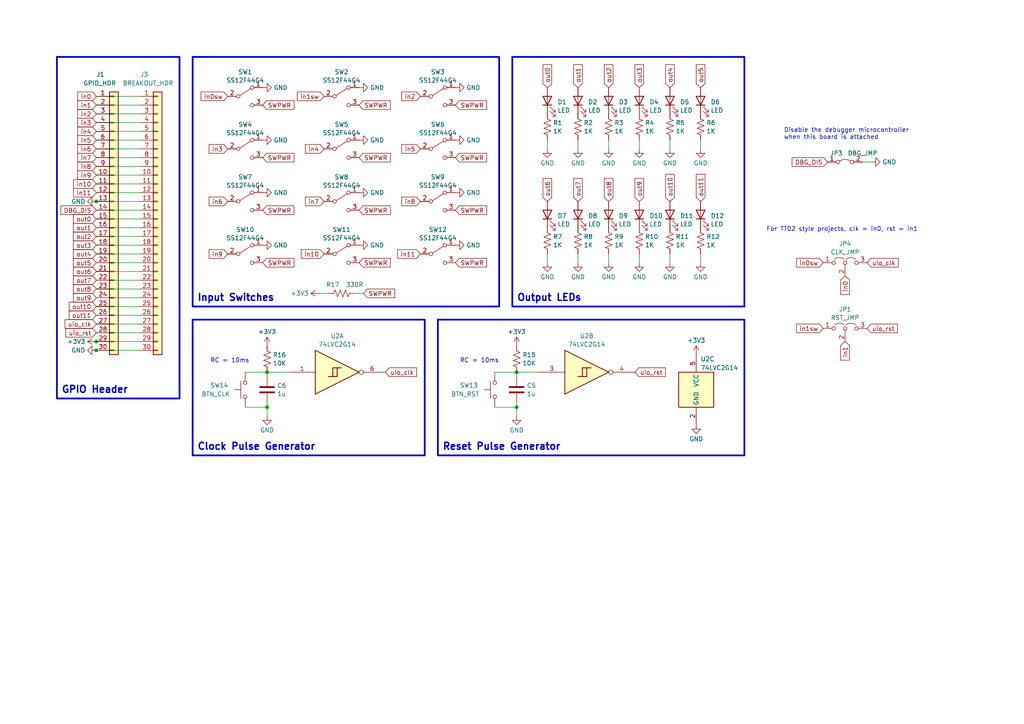
<source format=kicad_sch>
(kicad_sch (version 20230121) (generator eeschema)
  (paper "A4")
  (lib_symbols
    (symbol "74xGxx:74LVC2G14"
      (property "Reference" "U" (at 0 7.62 0))
      (property "Value" "74LVC2G14" (at 2.54 -7.62 0))
      (symbol "74LVC2G14_1_1"
        (polyline (pts (xy -2.54 -1.27) (xy -1.27 -1.27) (xy -1.27 1.27)) (stroke (width 0.254)) (fill (type background)))
        (polyline (pts (xy -7.62 6.35) (xy -7.62 -6.35) (xy 5.08 0) (xy -7.62 6.35)) (stroke (width 0.254)) (fill (type background)))
        (polyline (pts (xy -3.81 -1.27) (xy -2.54 -1.27) (xy -2.54 1.27) (xy 0 1.27)) (stroke (width 0.254)) (fill (type background)))
        (pin input line (at -15.24 0 0) (length 7.62) (name "~") (number "1"))
        (pin output inverted (at 12.7 0 180) (length 7.62) (name "~") (number "6"))
      )
      (symbol "74LVC2G14_2_1"
        (polyline (pts (xy -2.54 -1.27) (xy -1.27 -1.27) (xy -1.27 1.27)) (stroke (width 0.254)) (fill (type background)))
        (polyline (pts (xy -7.62 6.35) (xy -7.62 -6.35) (xy 5.08 0) (xy -7.62 6.35)) (stroke (width 0.254)) (fill (type background)))
        (polyline (pts (xy -3.81 -1.27) (xy -2.54 -1.27) (xy -2.54 1.27) (xy 0 1.27)) (stroke (width 0.254)) (fill (type background)))
        (pin input line (at -15.24 0 0) (length 7.62) (name "~") (number "3"))
        (pin output inverted (at 12.7 0 180) (length 7.62) (name "~") (number "4"))
      )
      (symbol "74LVC2G14_3_0"
        (rectangle (start -5.08 -5.08) (end 5.08 5.08) (stroke (width 0.254)) (fill (type background)))
      )
      (symbol "74LVC2G14_3_1"
        (pin power_in line (at 0 -10.16 90) (length 5.08) (name "GND") (number "2"))
        (pin power_in line (at 0 10.16 270) (length 5.08) (name "VCC") (number "5"))
      )
    )
    (symbol "Connector_Generic:Conn_01x30" (pin_names (offset 1.016) hide)
      (property "Reference" "J" (at 0 38.1 0))
      (property "Value" "Conn_01x30" (at 0 -40.64 0))
      (symbol "Conn_01x30_1_1"
        (rectangle (start -1.27 -37.973) (end 0 -38.227) (stroke (width 0.1524)))
        (rectangle (start -1.27 -35.433) (end 0 -35.687) (stroke (width 0.1524)))
        (rectangle (start -1.27 -32.893) (end 0 -33.147) (stroke (width 0.1524)))
        (rectangle (start -1.27 -30.353) (end 0 -30.607) (stroke (width 0.1524)))
        (rectangle (start -1.27 -27.813) (end 0 -28.067) (stroke (width 0.1524)))
        (rectangle (start -1.27 -25.273) (end 0 -25.527) (stroke (width 0.1524)))
        (rectangle (start -1.27 -22.733) (end 0 -22.987) (stroke (width 0.1524)))
        (rectangle (start -1.27 -20.193) (end 0 -20.447) (stroke (width 0.1524)))
        (rectangle (start -1.27 -17.653) (end 0 -17.907) (stroke (width 0.1524)))
        (rectangle (start -1.27 -15.113) (end 0 -15.367) (stroke (width 0.1524)))
        (rectangle (start -1.27 -12.573) (end 0 -12.827) (stroke (width 0.1524)))
        (rectangle (start -1.27 -10.033) (end 0 -10.287) (stroke (width 0.1524)))
        (rectangle (start -1.27 -7.493) (end 0 -7.747) (stroke (width 0.1524)))
        (rectangle (start -1.27 -4.953) (end 0 -5.207) (stroke (width 0.1524)))
        (rectangle (start -1.27 -2.413) (end 0 -2.667) (stroke (width 0.1524)))
        (rectangle (start -1.27 0.127) (end 0 -0.127) (stroke (width 0.1524)))
        (rectangle (start -1.27 2.667) (end 0 2.413) (stroke (width 0.1524)))
        (rectangle (start -1.27 5.207) (end 0 4.953) (stroke (width 0.1524)))
        (rectangle (start -1.27 7.747) (end 0 7.493) (stroke (width 0.1524)))
        (rectangle (start -1.27 10.287) (end 0 10.033) (stroke (width 0.1524)))
        (rectangle (start -1.27 12.827) (end 0 12.573) (stroke (width 0.1524)))
        (rectangle (start -1.27 15.367) (end 0 15.113) (stroke (width 0.1524)))
        (rectangle (start -1.27 17.907) (end 0 17.653) (stroke (width 0.1524)))
        (rectangle (start -1.27 20.447) (end 0 20.193) (stroke (width 0.1524)))
        (rectangle (start -1.27 22.987) (end 0 22.733) (stroke (width 0.1524)))
        (rectangle (start -1.27 25.527) (end 0 25.273) (stroke (width 0.1524)))
        (rectangle (start -1.27 28.067) (end 0 27.813) (stroke (width 0.1524)))
        (rectangle (start -1.27 30.607) (end 0 30.353) (stroke (width 0.1524)))
        (rectangle (start -1.27 33.147) (end 0 32.893) (stroke (width 0.1524)))
        (rectangle (start -1.27 35.687) (end 0 35.433) (stroke (width 0.1524)))
        (rectangle (start -1.27 36.83) (end 1.27 -39.37) (stroke (width 0.254)) (fill (type background)))
        (pin passive line (at -5.08 35.56 0) (length 3.81) (name "Pin_1") (number "1"))
        (pin passive line (at -5.08 12.7 0) (length 3.81) (name "Pin_10") (number "10"))
        (pin passive line (at -5.08 10.16 0) (length 3.81) (name "Pin_11") (number "11"))
        (pin passive line (at -5.08 7.62 0) (length 3.81) (name "Pin_12") (number "12"))
        (pin passive line (at -5.08 5.08 0) (length 3.81) (name "Pin_13") (number "13"))
        (pin passive line (at -5.08 2.54 0) (length 3.81) (name "Pin_14") (number "14"))
        (pin passive line (at -5.08 0 0) (length 3.81) (name "Pin_15") (number "15"))
        (pin passive line (at -5.08 -2.54 0) (length 3.81) (name "Pin_16") (number "16"))
        (pin passive line (at -5.08 -5.08 0) (length 3.81) (name "Pin_17") (number "17"))
        (pin passive line (at -5.08 -7.62 0) (length 3.81) (name "Pin_18") (number "18"))
        (pin passive line (at -5.08 -10.16 0) (length 3.81) (name "Pin_19") (number "19"))
        (pin passive line (at -5.08 33.02 0) (length 3.81) (name "Pin_2") (number "2"))
        (pin passive line (at -5.08 -12.7 0) (length 3.81) (name "Pin_20") (number "20"))
        (pin passive line (at -5.08 -15.24 0) (length 3.81) (name "Pin_21") (number "21"))
        (pin passive line (at -5.08 -17.78 0) (length 3.81) (name "Pin_22") (number "22"))
        (pin passive line (at -5.08 -20.32 0) (length 3.81) (name "Pin_23") (number "23"))
        (pin passive line (at -5.08 -22.86 0) (length 3.81) (name "Pin_24") (number "24"))
        (pin passive line (at -5.08 -25.4 0) (length 3.81) (name "Pin_25") (number "25"))
        (pin passive line (at -5.08 -27.94 0) (length 3.81) (name "Pin_26") (number "26"))
        (pin passive line (at -5.08 -30.48 0) (length 3.81) (name "Pin_27") (number "27"))
        (pin passive line (at -5.08 -33.02 0) (length 3.81) (name "Pin_28") (number "28"))
        (pin passive line (at -5.08 -35.56 0) (length 3.81) (name "Pin_29") (number "29"))
        (pin passive line (at -5.08 30.48 0) (length 3.81) (name "Pin_3") (number "3"))
        (pin passive line (at -5.08 -38.1 0) (length 3.81) (name "Pin_30") (number "30"))
        (pin passive line (at -5.08 27.94 0) (length 3.81) (name "Pin_4") (number "4"))
        (pin passive line (at -5.08 25.4 0) (length 3.81) (name "Pin_5") (number "5"))
        (pin passive line (at -5.08 22.86 0) (length 3.81) (name "Pin_6") (number "6"))
        (pin passive line (at -5.08 20.32 0) (length 3.81) (name "Pin_7") (number "7"))
        (pin passive line (at -5.08 17.78 0) (length 3.81) (name "Pin_8") (number "8"))
        (pin passive line (at -5.08 15.24 0) (length 3.81) (name "Pin_9") (number "9"))
      )
    )
    (symbol "Device:C" (pin_numbers hide) (pin_names (offset 0.254))
      (property "Reference" "C" (at 0.635 2.54 0))
      (property "Value" "C" (at 0.635 -2.54 0))
      (symbol "C_0_1"
        (polyline (pts (xy -2.032 -0.762) (xy 2.032 -0.762)) (stroke (width 0.508)))
        (polyline (pts (xy -2.032 0.762) (xy 2.032 0.762)) (stroke (width 0.508)))
      )
      (symbol "C_1_1"
        (pin passive line (at 0 3.81 270) (length 2.794) (name "~") (number "1"))
        (pin passive line (at 0 -3.81 90) (length 2.794) (name "~") (number "2"))
      )
    )
    (symbol "Device:LED" (pin_numbers hide) (pin_names (offset 1.016) hide)
      (property "Reference" "D" (at 0 2.54 0))
      (property "Value" "LED" (at 0 -2.54 0))
      (symbol "LED_0_1"
        (polyline (pts (xy -1.27 -1.27) (xy -1.27 1.27)) (stroke (width 0.254)))
        (polyline (pts (xy -1.27 0) (xy 1.27 0)))
        (polyline (pts (xy 1.27 -1.27) (xy 1.27 1.27) (xy -1.27 0) (xy 1.27 -1.27)) (stroke (width 0.254)))
        (polyline (pts (xy -3.048 -0.762) (xy -4.572 -2.286) (xy -3.81 -2.286) (xy -4.572 -2.286) (xy -4.572 -1.524)))
        (polyline (pts (xy -1.778 -0.762) (xy -3.302 -2.286) (xy -2.54 -2.286) (xy -3.302 -2.286) (xy -3.302 -1.524)))
      )
      (symbol "LED_1_1"
        (pin passive line (at -3.81 0 0) (length 2.54) (name "K") (number "1"))
        (pin passive line (at 3.81 0 180) (length 2.54) (name "A") (number "2"))
      )
    )
    (symbol "Device:R_US" (pin_numbers hide) (pin_names (offset 0))
      (property "Reference" "R" (at 2.54 0 90))
      (property "Value" "R_US" (at -2.54 0 90))
      (symbol "R_US_0_1"
        (polyline (pts (xy 0 -2.286) (xy 0 -2.54)))
        (polyline (pts (xy 0 2.286) (xy 0 2.54)))
        (polyline (pts (xy 0 -0.762) (xy 1.016 -1.143) (xy 0 -1.524) (xy -1.016 -1.905) (xy 0 -2.286)))
        (polyline (pts (xy 0 0.762) (xy 1.016 0.381) (xy 0 0) (xy -1.016 -0.381) (xy 0 -0.762)))
        (polyline (pts (xy 0 2.286) (xy 1.016 1.905) (xy 0 1.524) (xy -1.016 1.143) (xy 0 0.762)))
      )
      (symbol "R_US_1_1"
        (pin passive line (at 0 3.81 270) (length 1.27) (name "~") (number "1"))
        (pin passive line (at 0 -3.81 90) (length 1.27) (name "~") (number "2"))
      )
    )
    (symbol "Jumper:Jumper_2_Bridged" (pin_names (offset 0) hide)
      (property "Reference" "JP" (at 0 1.905 0))
      (property "Value" "Jumper_2_Bridged" (at 0 -2.54 0))
      (symbol "Jumper_2_Bridged_0_0"
        (circle (center -2.032 0) (radius 0.508))
        (circle (center 2.032 0) (radius 0.508))
      )
      (symbol "Jumper_2_Bridged_0_1"
        (arc (start 1.524 0.254) (mid 0 0.762) (end -1.524 0.254))
      )
      (symbol "Jumper_2_Bridged_1_1"
        (pin passive line (at -5.08 0 0) (length 2.54) (name "A") (number "1"))
        (pin passive line (at 5.08 0 180) (length 2.54) (name "B") (number "2"))
      )
    )
    (symbol "Jumper:Jumper_3_Open" (pin_names (offset 0) hide)
      (property "Reference" "JP" (at -2.54 -2.54 0))
      (property "Value" "Jumper_3_Open" (at 0 2.794 0))
      (symbol "Jumper_3_Open_0_0"
        (circle (center -3.302 0) (radius 0.508))
        (circle (center 0 0) (radius 0.508))
        (circle (center 3.302 0) (radius 0.508))
      )
      (symbol "Jumper_3_Open_0_1"
        (arc (start -0.254 1.016) (mid -1.651 1.4992) (end -3.048 1.016))
        (polyline (pts (xy 0 -0.508) (xy 0 -1.27)))
        (arc (start 3.048 1.016) (mid 1.651 1.4992) (end 0.254 1.016))
      )
      (symbol "Jumper_3_Open_1_1"
        (pin passive line (at -6.35 0 0) (length 2.54) (name "A") (number "1"))
        (pin passive line (at 0 -3.81 90) (length 2.54) (name "C") (number "2"))
        (pin passive line (at 6.35 0 180) (length 2.54) (name "B") (number "3"))
      )
    )
    (symbol "Switch:SW_Push" (pin_numbers hide) (pin_names (offset 1.016) hide)
      (property "Reference" "SW" (at 1.27 2.54 0))
      (property "Value" "SW_Push" (at 0 -1.524 0))
      (symbol "SW_Push_0_1"
        (circle (center -2.032 0) (radius 0.508))
        (polyline (pts (xy 0 1.27) (xy 0 3.048)))
        (polyline (pts (xy 2.54 1.27) (xy -2.54 1.27)))
        (circle (center 2.032 0) (radius 0.508))
        (pin passive line (at -5.08 0 0) (length 2.54) (name "1") (number "1"))
        (pin passive line (at 5.08 0 180) (length 2.54) (name "2") (number "2"))
      )
    )
    (symbol "Switch:SW_SPDT" (pin_names (offset 0) hide)
      (property "Reference" "SW" (at 0 4.318 0))
      (property "Value" "SW_SPDT" (at 0 -5.08 0))
      (symbol "SW_SPDT_0_0"
        (circle (center -2.032 0) (radius 0.508))
        (circle (center 2.032 -2.54) (radius 0.508))
      )
      (symbol "SW_SPDT_0_1"
        (polyline (pts (xy -1.524 0.254) (xy 1.651 2.286)))
        (circle (center 2.032 2.54) (radius 0.508))
      )
      (symbol "SW_SPDT_1_1"
        (pin passive line (at 5.08 2.54 180) (length 2.54) (name "A") (number "1"))
        (pin passive line (at -5.08 0 0) (length 2.54) (name "B") (number "2"))
        (pin passive line (at 5.08 -2.54 180) (length 2.54) (name "C") (number "3"))
      )
    )
    (symbol "power:+3V3" (power) (pin_names (offset 0))
      (property "Value" "+3V3" (at 0 3.556 0))
      (symbol "+3V3_0_1"
        (polyline (pts (xy -0.762 1.27) (xy 0 2.54)))
        (polyline (pts (xy 0 0) (xy 0 2.54)))
        (polyline (pts (xy 0 2.54) (xy 0.762 1.27)))
      )
      (symbol "+3V3_1_1"
        (pin power_in line (at 0 0 90) (length 0) hide (name "+3V3") (number "1"))
      )
    )
    (symbol "power:GND" (power) (pin_names (offset 0))
      (property "Value" "GND" (at 0 -3.81 0))
      (symbol "GND_0_1"
        (polyline (pts (xy 0 0) (xy 0 -1.27) (xy 1.27 -1.27) (xy 0 -2.54) (xy -1.27 -1.27) (xy 0 -1.27)))
      )
      (symbol "GND_1_1"
        (pin power_in line (at 0 0 270) (length 0) hide (name "GND") (number "1"))
      )
    )
  )
  (junction (at 149.86 118.11))
  (junction (at 77.47 107.95))
  (junction (at 27.94 99.06))
  (junction (at 27.94 58.42))
  (junction (at 149.86 107.95))
  (junction (at 27.94 101.6))
  (junction (at 77.47 118.11))
  (wire (pts (xy 250.19 46.99) (xy 252.73 46.99)))
  (wire (pts (xy 27.94 81.28) (xy 40.64 81.28)))
  (wire (pts (xy 27.94 86.36) (xy 40.64 86.36)))
  (wire (pts (xy 77.47 107.95) (xy 83.82 107.95)))
  (wire (pts (xy 27.94 68.58) (xy 40.64 68.58)))
  (wire (pts (xy 92.71 85.09) (xy 95.25 85.09)))
  (wire (pts (xy 143.51 107.95) (xy 149.86 107.95)))
  (wire (pts (xy 77.47 118.11) (xy 71.12 118.11)))
  (wire (pts (xy 27.94 58.42) (xy 40.64 58.42)))
  (wire (pts (xy 27.94 73.66) (xy 40.64 73.66)))
  (wire (pts (xy 27.94 99.06) (xy 40.64 99.06)))
  (wire (pts (xy 27.94 66.04) (xy 40.64 66.04)))
  (wire (pts (xy 27.94 27.94) (xy 40.64 27.94)))
  (wire (pts (xy 27.94 91.44) (xy 40.64 91.44)))
  (wire (pts (xy 77.47 118.11) (xy 77.47 120.65)))
  (wire (pts (xy 27.94 30.48) (xy 40.64 30.48)))
  (wire (pts (xy 27.94 78.74) (xy 40.64 78.74)))
  (wire (pts (xy 27.94 63.5) (xy 40.64 63.5)))
  (wire (pts (xy 27.94 40.64) (xy 40.64 40.64)))
  (wire (pts (xy 158.75 40.64) (xy 158.75 43.18)))
  (wire (pts (xy 185.42 40.64) (xy 185.42 43.18)))
  (wire (pts (xy 149.86 118.11) (xy 143.51 118.11)))
  (wire (pts (xy 27.94 88.9) (xy 40.64 88.9)))
  (wire (pts (xy 176.53 40.64) (xy 176.53 43.18)))
  (wire (pts (xy 167.64 40.64) (xy 167.64 43.18)))
  (wire (pts (xy 158.75 73.66) (xy 158.75 76.2)))
  (wire (pts (xy 149.86 107.95) (xy 156.21 107.95)))
  (wire (pts (xy 102.87 85.09) (xy 105.41 85.09)))
  (wire (pts (xy 27.94 35.56) (xy 40.64 35.56)))
  (wire (pts (xy 203.2 73.66) (xy 203.2 76.2)))
  (wire (pts (xy 27.94 83.82) (xy 40.64 83.82)))
  (wire (pts (xy 77.47 107.95) (xy 77.47 109.22)))
  (wire (pts (xy 71.12 107.95) (xy 77.47 107.95)))
  (wire (pts (xy 27.94 60.96) (xy 40.64 60.96)))
  (wire (pts (xy 149.86 118.11) (xy 149.86 120.65)))
  (wire (pts (xy 27.94 55.88) (xy 40.64 55.88)))
  (wire (pts (xy 27.94 33.02) (xy 40.64 33.02)))
  (wire (pts (xy 27.94 76.2) (xy 40.64 76.2)))
  (wire (pts (xy 27.94 96.52) (xy 40.64 96.52)))
  (wire (pts (xy 176.53 73.66) (xy 176.53 76.2)))
  (wire (pts (xy 27.94 71.12) (xy 40.64 71.12)))
  (wire (pts (xy 27.94 53.34) (xy 40.64 53.34)))
  (wire (pts (xy 149.86 107.95) (xy 149.86 109.22)))
  (wire (pts (xy 27.94 50.8) (xy 40.64 50.8)))
  (wire (pts (xy 27.94 101.6) (xy 40.64 101.6)))
  (wire (pts (xy 149.86 116.84) (xy 149.86 118.11)))
  (wire (pts (xy 27.94 48.26) (xy 40.64 48.26)))
  (wire (pts (xy 194.31 73.66) (xy 194.31 76.2)))
  (wire (pts (xy 77.47 116.84) (xy 77.47 118.11)))
  (wire (pts (xy 27.94 45.72) (xy 40.64 45.72)))
  (wire (pts (xy 185.42 73.66) (xy 185.42 76.2)))
  (wire (pts (xy 167.64 73.66) (xy 167.64 76.2)))
  (wire (pts (xy 194.31 40.64) (xy 194.31 43.18)))
  (wire (pts (xy 27.94 93.98) (xy 40.64 93.98)))
  (wire (pts (xy 27.94 38.1) (xy 40.64 38.1)))
  (wire (pts (xy 27.94 43.18) (xy 40.64 43.18)))
  (wire (pts (xy 203.2 40.64) (xy 203.2 43.18)))
  (rectangle (start 55.88 92.71) (end 123.19 132.08) (stroke (width 0.5)))
  (rectangle (start 148.59 16.51) (end 215.9 88.9) (stroke (width 0.5)))
  (rectangle (start 16.51 16.51) (end 52.07 115.57) (stroke (width 0.5)))
  (rectangle (start 55.88 16.51) (end 144.78 88.9) (stroke (width 0.5)))
  (rectangle (start 127 92.71) (end 215.9 132.08) (stroke (width 0.5)))
  (text "For TT02 style projects, clk = in0, rst = in1" (at 222.25 67.31 0) (effects (font (size 1.27 1.27)) (justify left bottom)))
  (text "RC = 10ms" (at 133.35 105.41 0) (effects (font (size 1.27 1.27)) (justify left bottom)))
  (text "Disable the debugger microcontroller\nwhen this board is attached" (at 227.33 40.64 0) (effects (font (size 1.27 1.27)) (justify left bottom)))
  (text "Input Switches" (at 57.15 87.63 0) (effects (font (size 2 2) (thickness 0.4) bold) (justify left bottom)))
  (text "RC = 10ms" (at 60.96 105.41 0) (effects (font (size 1.27 1.27)) (justify left bottom)))
  (text "Reset Pulse Generator" (at 128.27 130.81 0) (effects (font (size 2 2) (thickness 0.4) bold) (justify left bottom)))
  (text "Clock Pulse Generator" (at 57.15 130.81 0) (effects (font (size 2 2) (thickness 0.4) bold) (justify left bottom)))
  (text "GPIO Header" (at 17.78 114.3 0) (effects (font (size 2 2) (thickness 0.4) bold) (justify left bottom)))
  (text "Output LEDs" (at 149.86 87.63 0) (effects (font (size 2 2) (thickness 0.4) bold) (justify left bottom)))
  (global_label "out7" (shape input) (at 167.64 58.42 90) (property "Intersheetrefs" "${INTERSHEET_REFS}" (effects hide)))
  (global_label "in1" (shape input) (at 245.11 99.06 270) (property "Intersheetrefs" "${INTERSHEET_REFS}" (effects hide)))
  (global_label "SWPWR" (shape input) (at 132.08 76.2 0) (property "Intersheetrefs" "${INTERSHEET_REFS}" (effects hide)))
  (global_label "SWPWR" (shape input) (at 132.08 30.48 0) (property "Intersheetrefs" "${INTERSHEET_REFS}" (effects hide)))
  (global_label "uio_clk" (shape input) (at 251.46 76.2 0) (property "Intersheetrefs" "${INTERSHEET_REFS}" (effects hide)))
  (global_label "in6" (shape input) (at 66.04 58.42 180) (property "Intersheetrefs" "${INTERSHEET_REFS}" (effects hide)))
  (global_label "in1sw" (shape input) (at 93.98 27.94 180) (property "Intersheetrefs" "${INTERSHEET_REFS}" (effects hide)))
  (global_label "in5" (shape input) (at 27.94 40.64 180) (property "Intersheetrefs" "${INTERSHEET_REFS}" (effects hide)))
  (global_label "out0" (shape input) (at 158.75 25.4 90) (property "Intersheetrefs" "${INTERSHEET_REFS}" (effects hide)))
  (global_label "out3" (shape input) (at 27.94 71.12 180) (property "Intersheetrefs" "${INTERSHEET_REFS}" (effects hide)))
  (global_label "uio_rst" (shape input) (at 251.46 95.25 0) (property "Intersheetrefs" "${INTERSHEET_REFS}" (effects hide)))
  (global_label "in10" (shape input) (at 93.98 73.66 180) (property "Intersheetrefs" "${INTERSHEET_REFS}" (effects hide)))
  (global_label "in6" (shape input) (at 27.94 43.18 180) (property "Intersheetrefs" "${INTERSHEET_REFS}" (effects hide)))
  (global_label "out2" (shape input) (at 27.94 68.58 180) (property "Intersheetrefs" "${INTERSHEET_REFS}" (effects hide)))
  (global_label "in3" (shape input) (at 27.94 35.56 180) (property "Intersheetrefs" "${INTERSHEET_REFS}" (effects hide)))
  (global_label "SWPWR" (shape input) (at 76.2 76.2 0) (property "Intersheetrefs" "${INTERSHEET_REFS}" (effects hide)))
  (global_label "in11" (shape input) (at 27.94 55.88 180) (property "Intersheetrefs" "${INTERSHEET_REFS}" (effects hide)))
  (global_label "SWPWR" (shape input) (at 76.2 30.48 0) (property "Intersheetrefs" "${INTERSHEET_REFS}" (effects hide)))
  (global_label "out3" (shape input) (at 185.42 25.4 90) (property "Intersheetrefs" "${INTERSHEET_REFS}" (effects hide)))
  (global_label "SWPWR" (shape input) (at 76.2 45.72 0) (property "Intersheetrefs" "${INTERSHEET_REFS}" (effects hide)))
  (global_label "out10" (shape input) (at 194.31 58.42 90) (property "Intersheetrefs" "${INTERSHEET_REFS}" (effects hide)))
  (global_label "in8" (shape input) (at 27.94 48.26 180) (property "Intersheetrefs" "${INTERSHEET_REFS}" (effects hide)))
  (global_label "out5" (shape input) (at 27.94 76.2 180) (property "Intersheetrefs" "${INTERSHEET_REFS}" (effects hide)))
  (global_label "in4" (shape input) (at 27.94 38.1 180) (property "Intersheetrefs" "${INTERSHEET_REFS}" (effects hide)))
  (global_label "SWPWR" (shape input) (at 104.14 45.72 0) (property "Intersheetrefs" "${INTERSHEET_REFS}" (effects hide)))
  (global_label "out8" (shape input) (at 176.53 58.42 90) (property "Intersheetrefs" "${INTERSHEET_REFS}" (effects hide)))
  (global_label "uio_clk" (shape input) (at 27.94 93.98 180) (property "Intersheetrefs" "${INTERSHEET_REFS}" (effects hide)))
  (global_label "out8" (shape input) (at 27.94 83.82 180) (property "Intersheetrefs" "${INTERSHEET_REFS}" (effects hide)))
  (global_label "in3" (shape input) (at 66.04 43.18 180) (property "Intersheetrefs" "${INTERSHEET_REFS}" (effects hide)))
  (global_label "SWPWR" (shape input) (at 132.08 60.96 0) (property "Intersheetrefs" "${INTERSHEET_REFS}" (effects hide)))
  (global_label "in2" (shape input) (at 27.94 33.02 180) (property "Intersheetrefs" "${INTERSHEET_REFS}" (effects hide)))
  (global_label "SWPWR" (shape input) (at 105.41 85.09 0) (property "Intersheetrefs" "${INTERSHEET_REFS}" (effects hide)))
  (global_label "in1" (shape input) (at 27.94 30.48 180) (property "Intersheetrefs" "${INTERSHEET_REFS}" (effects hide)))
  (global_label "in9" (shape input) (at 66.04 73.66 180) (property "Intersheetrefs" "${INTERSHEET_REFS}" (effects hide)))
  (global_label "SWPWR" (shape input) (at 104.14 76.2 0) (property "Intersheetrefs" "${INTERSHEET_REFS}" (effects hide)))
  (global_label "SWPWR" (shape input) (at 132.08 45.72 0) (property "Intersheetrefs" "${INTERSHEET_REFS}" (effects hide)))
  (global_label "out4" (shape input) (at 27.94 73.66 180) (property "Intersheetrefs" "${INTERSHEET_REFS}" (effects hide)))
  (global_label "DBG_DIS" (shape input) (at 240.03 46.99 180) (property "Intersheetrefs" "${INTERSHEET_REFS}" (effects hide)))
  (global_label "uio_clk" (shape input) (at 111.76 107.95 0) (property "Intersheetrefs" "${INTERSHEET_REFS}" (effects hide)))
  (global_label "SWPWR" (shape input) (at 104.14 60.96 0) (property "Intersheetrefs" "${INTERSHEET_REFS}" (effects hide)))
  (global_label "in0" (shape input) (at 245.11 80.01 270) (property "Intersheetrefs" "${INTERSHEET_REFS}" (effects hide)))
  (global_label "in0" (shape input) (at 27.94 27.94 180) (property "Intersheetrefs" "${INTERSHEET_REFS}" (effects hide)))
  (global_label "out2" (shape input) (at 176.53 25.4 90) (property "Intersheetrefs" "${INTERSHEET_REFS}" (effects hide)))
  (global_label "out1" (shape input) (at 27.94 66.04 180) (property "Intersheetrefs" "${INTERSHEET_REFS}" (effects hide)))
  (global_label "in5" (shape input) (at 121.92 43.18 180) (property "Intersheetrefs" "${INTERSHEET_REFS}" (effects hide)))
  (global_label "in4" (shape input) (at 93.98 43.18 180) (property "Intersheetrefs" "${INTERSHEET_REFS}" (effects hide)))
  (global_label "out9" (shape input) (at 27.94 86.36 180) (property "Intersheetrefs" "${INTERSHEET_REFS}" (effects hide)))
  (global_label "in8" (shape input) (at 121.92 58.42 180) (property "Intersheetrefs" "${INTERSHEET_REFS}" (effects hide)))
  (global_label "SWPWR" (shape input) (at 104.14 30.48 0) (property "Intersheetrefs" "${INTERSHEET_REFS}" (effects hide)))
  (global_label "SWPWR" (shape input) (at 76.2 60.96 0) (property "Intersheetrefs" "${INTERSHEET_REFS}" (effects hide)))
  (global_label "DBG_DIS" (shape input) (at 27.94 60.96 180) (property "Intersheetrefs" "${INTERSHEET_REFS}" (effects hide)))
  (global_label "in1sw" (shape input) (at 238.76 95.25 180) (property "Intersheetrefs" "${INTERSHEET_REFS}" (effects hide)))
  (global_label "out11" (shape input) (at 203.2 58.42 90) (property "Intersheetrefs" "${INTERSHEET_REFS}" (effects hide)))
  (global_label "out5" (shape input) (at 203.2 25.4 90) (property "Intersheetrefs" "${INTERSHEET_REFS}" (effects hide)))
  (global_label "in11" (shape input) (at 121.92 73.66 180) (property "Intersheetrefs" "${INTERSHEET_REFS}" (effects hide)))
  (global_label "in0sw" (shape input) (at 66.04 27.94 180) (property "Intersheetrefs" "${INTERSHEET_REFS}" (effects hide)))
  (global_label "out0" (shape input) (at 27.94 63.5 180) (property "Intersheetrefs" "${INTERSHEET_REFS}" (effects hide)))
  (global_label "in7" (shape input) (at 93.98 58.42 180) (property "Intersheetrefs" "${INTERSHEET_REFS}" (effects hide)))
  (global_label "out6" (shape input) (at 158.75 58.42 90) (property "Intersheetrefs" "${INTERSHEET_REFS}" (effects hide)))
  (global_label "out4" (shape input) (at 194.31 25.4 90) (property "Intersheetrefs" "${INTERSHEET_REFS}" (effects hide)))
  (global_label "out6" (shape input) (at 27.94 78.74 180) (property "Intersheetrefs" "${INTERSHEET_REFS}" (effects hide)))
  (global_label "out9" (shape input) (at 185.42 58.42 90) (property "Intersheetrefs" "${INTERSHEET_REFS}" (effects hide)))
  (global_label "in0sw" (shape input) (at 238.76 76.2 180) (property "Intersheetrefs" "${INTERSHEET_REFS}" (effects hide)))
  (global_label "out11" (shape input) (at 27.94 91.44 180) (property "Intersheetrefs" "${INTERSHEET_REFS}" (effects hide)))
  (global_label "out7" (shape input) (at 27.94 81.28 180) (property "Intersheetrefs" "${INTERSHEET_REFS}" (effects hide)))
  (global_label "out1" (shape input) (at 167.64 25.4 90) (property "Intersheetrefs" "${INTERSHEET_REFS}" (effects hide)))
  (global_label "in10" (shape input) (at 27.94 53.34 180) (property "Intersheetrefs" "${INTERSHEET_REFS}" (effects hide)))
  (global_label "uio_rst" (shape input) (at 184.15 107.95 0) (property "Intersheetrefs" "${INTERSHEET_REFS}" (effects hide)))
  (global_label "in7" (shape input) (at 27.94 45.72 180) (property "Intersheetrefs" "${INTERSHEET_REFS}" (effects hide)))
  (global_label "in2" (shape input) (at 121.92 27.94 180) (property "Intersheetrefs" "${INTERSHEET_REFS}" (effects hide)))
  (global_label "uio_rst" (shape input) (at 27.94 96.52 180) (property "Intersheetrefs" "${INTERSHEET_REFS}" (effects hide)))
  (global_label "out10" (shape input) (at 27.94 88.9 180) (property "Intersheetrefs" "${INTERSHEET_REFS}" (effects hide)))
  (global_label "in9" (shape input) (at 27.94 50.8 180) (property "Intersheetrefs" "${INTERSHEET_REFS}" (effects hide)))
  (symbol (lib_id "Switch:SW_SPDT") (at 127 27.94 0) (unit 1)
    (property "Reference" "SW3" (at 127 20.8747 0))
    (property "Value" "SS12F44G4" (at 127 23.2989 0))
    (property "Footprint" "SS12F44G4:SS12F44G4" (effects hide))
  )
  (symbol (lib_id "Device:LED") (at 176.53 62.23 90) (unit 1)
    (property "Reference" "D9" (at 179.451 62.6054 90) (effects (justify right)))
    (property "Value" "LED" (at 179.451 65.0296 90) (effects (justify right)))
    (property "Footprint" "LED_SMD:LED_0805_2012Metric" (effects hide))
    (property "LCSC" "C98221" (effects hide))
  )
  (symbol (lib_id "power:GND") (at 132.08 40.64 90) (mirror x) (unit 1)
    (property "Reference" "#PWR016" (effects hide))
    (property "Value" "GND" (at 135.255 40.64 90) (effects (justify right)))
  )
  (symbol (lib_id "Device:R_US") (at 185.42 36.83 0) (unit 1)
    (property "Reference" "R4" (at 187.071 35.6179 0) (effects (justify left)))
    (property "Value" "1K" (at 187.071 38.0421 0) (effects (justify left)))
    (property "Footprint" "Resistor_SMD:R_0805_2012Metric" (effects hide))
    (property "LCSC" "C17513" (effects hide))
  )
  (symbol (lib_id "power:+3V3") (at 92.71 85.09 90) (unit 1)
    (property "Reference" "#PWR053" (effects hide))
    (property "Value" "+3V3" (at 89.535 85.09 90) (effects (justify left)))
  )
  (symbol (lib_id "Switch:SW_SPDT") (at 99.06 27.94 0) (unit 1)
    (property "Reference" "SW2" (at 99.06 20.8747 0))
    (property "Value" "SS12F44G4" (at 99.06 23.2989 0))
    (property "Footprint" "SS12F44G4:SS12F44G4" (effects hide))
  )
  (symbol (lib_id "Device:R_US") (at 158.75 36.83 0) (unit 1)
    (property "Reference" "R1" (at 160.401 35.6179 0) (effects (justify left)))
    (property "Value" "1K" (at 160.401 38.0421 0) (effects (justify left)))
    (property "Footprint" "Resistor_SMD:R_0805_2012Metric" (effects hide))
    (property "LCSC" "C17513" (effects hide))
  )
  (symbol (lib_id "power:GND") (at 185.42 43.18 0) (mirror y) (unit 1)
    (property "Reference" "#PWR032" (effects hide))
    (property "Value" "GND" (at 185.42 47.3131 0))
  )
  (symbol (lib_id "power:+3V3") (at 77.47 100.33 0) (unit 1)
    (property "Reference" "#PWR051" (effects hide))
    (property "Value" "+3V3" (at 77.47 96.1969 0))
  )
  (symbol (lib_id "power:GND") (at 104.14 55.88 90) (mirror x) (unit 1)
    (property "Reference" "#PWR020" (effects hide))
    (property "Value" "GND" (at 107.315 55.88 90) (effects (justify right)))
  )
  (symbol (lib_id "Device:R_US") (at 203.2 69.85 0) (unit 1)
    (property "Reference" "R12" (at 204.851 68.6379 0) (effects (justify left)))
    (property "Value" "1K" (at 204.851 71.0621 0) (effects (justify left)))
    (property "Footprint" "Resistor_SMD:R_0805_2012Metric" (effects hide))
    (property "LCSC" "C17513" (effects hide))
  )
  (symbol (lib_id "power:GND") (at 176.53 43.18 0) (mirror y) (unit 1)
    (property "Reference" "#PWR031" (effects hide))
    (property "Value" "GND" (at 176.53 47.3131 0))
  )
  (symbol (lib_id "Device:LED") (at 203.2 29.21 90) (unit 1)
    (property "Reference" "D6" (at 206.121 29.5854 90) (effects (justify right)))
    (property "Value" "LED" (at 206.121 32.0096 90) (effects (justify right)))
    (property "Footprint" "LED_SMD:LED_0805_2012Metric" (effects hide))
    (property "LCSC" "C98221" (effects hide))
  )
  (symbol (lib_id "Device:R_US") (at 185.42 69.85 0) (unit 1)
    (property "Reference" "R10" (at 187.071 68.6379 0) (effects (justify left)))
    (property "Value" "1K" (at 187.071 71.0621 0) (effects (justify left)))
    (property "Footprint" "Resistor_SMD:R_0805_2012Metric" (effects hide))
    (property "LCSC" "C17513" (effects hide))
  )
  (symbol (lib_id "Connector_Generic:Conn_01x30") (at 33.02 63.5 0) (unit 1)
    (property "Reference" "J1" (at 27.94 21.59 0) (effects (justify left)))
    (property "Value" "GPIO_HDR" (at 24.13 24.13 0) (effects (justify left)))
    (property "Footprint" "Connector_PinHeader_2.54mm:PinHeader_1x30_P2.54mm_Vertical" (effects hide))
  )
  (symbol (lib_id "Jumper:Jumper_2_Bridged") (at 245.11 46.99 0) (unit 1)
    (property "Reference" "JP3" (at 242.57 44.45 0))
    (property "Value" "DBG_JMP" (at 250.19 44.45 0))
    (property "Footprint" "Jumper:SolderJumper-2_P1.3mm_Bridged_Pad1.0x1.5mm" (effects hide))
  )
  (symbol (lib_id "Device:LED") (at 194.31 29.21 90) (unit 1)
    (property "Reference" "D5" (at 197.231 29.5854 90) (effects (justify right)))
    (property "Value" "LED" (at 197.231 32.0096 90) (effects (justify right)))
    (property "Footprint" "LED_SMD:LED_0805_2012Metric" (effects hide))
    (property "LCSC" "C98221" (effects hide))
  )
  (symbol (lib_id "Device:R_US") (at 194.31 69.85 0) (unit 1)
    (property "Reference" "R11" (at 195.961 68.6379 0) (effects (justify left)))
    (property "Value" "1K" (at 195.961 71.0621 0) (effects (justify left)))
    (property "Footprint" "Resistor_SMD:R_0805_2012Metric" (effects hide))
    (property "LCSC" "C17513" (effects hide))
  )
  (symbol (lib_id "74xGxx:74LVC2G14") (at 99.06 107.95 0) (unit 1)
    (property "Reference" "U2" (at 97.79 97.4557 0))
    (property "Value" "74LVC2G14" (at 97.79 99.8799 0))
    (property "Footprint" "Package_TO_SOT_SMD:SOT-23-6" (effects hide))
    (property "Datasheet" "https://www.ti.com/lit/ds/symlink/sn74lvc2g14.pdf" (effects hide))
    (property "LCSC" "C12401" (effects hide))
  )
  (symbol (lib_id "power:GND") (at 76.2 40.64 90) (mirror x) (unit 1)
    (property "Reference" "#PWR012" (effects hide))
    (property "Value" "GND" (at 79.375 40.64 90) (effects (justify right)))
  )
  (symbol (lib_id "power:+3V3") (at 201.93 102.87 0) (unit 1)
    (property "Reference" "#PWR049" (effects hide))
    (property "Value" "+3V3" (at 201.93 98.7369 0))
  )
  (symbol (lib_id "Connector_Generic:Conn_01x30") (at 45.72 63.5 0) (unit 1)
    (property "Reference" "J3" (at 40.64 21.59 0) (effects (justify left)))
    (property "Value" "BREAKOUT_HDR" (at 35.56 24.13 0) (effects (justify left)))
    (property "Footprint" "Connector_PinHeader_2.54mm:PinHeader_1x30_P2.54mm_Vertical" (effects hide))
  )
  (symbol (lib_id "power:GND") (at 104.14 40.64 90) (mirror x) (unit 1)
    (property "Reference" "#PWR014" (effects hide))
    (property "Value" "GND" (at 107.315 40.64 90) (effects (justify right)))
  )
  (symbol (lib_id "74xGxx:74LVC2G14") (at 171.45 107.95 0) (unit 2)
    (property "Reference" "U2" (at 170.18 97.4557 0))
    (property "Value" "74LVC2G14" (at 170.18 99.8799 0))
    (property "Footprint" "Package_TO_SOT_SMD:SOT-23-6" (effects hide))
    (property "Datasheet" "https://www.ti.com/lit/ds/symlink/sn74lvc2g14.pdf" (effects hide))
    (property "LCSC" "C12401" (effects hide))
  )
  (symbol (lib_id "Switch:SW_SPDT") (at 127 73.66 0) (unit 1)
    (property "Reference" "SW12" (at 127 66.5947 0))
    (property "Value" "SS12F44G4" (at 127 69.0189 0))
    (property "Footprint" "SS12F44G4:SS12F44G4" (effects hide))
  )
  (symbol (lib_id "Device:LED") (at 158.75 62.23 90) (unit 1)
    (property "Reference" "D7" (at 161.671 62.6054 90) (effects (justify right)))
    (property "Value" "LED" (at 161.671 65.0296 90) (effects (justify right)))
    (property "Footprint" "LED_SMD:LED_0805_2012Metric" (effects hide))
    (property "LCSC" "C98221" (effects hide))
  )
  (symbol (lib_id "Device:LED") (at 176.53 29.21 90) (unit 1)
    (property "Reference" "D3" (at 179.451 29.5854 90) (effects (justify right)))
    (property "Value" "LED" (at 179.451 32.0096 90) (effects (justify right)))
    (property "Footprint" "LED_SMD:LED_0805_2012Metric" (effects hide))
    (property "LCSC" "C98221" (effects hide))
  )
  (symbol (lib_id "power:GND") (at 76.2 71.12 90) (mirror x) (unit 1)
    (property "Reference" "#PWR024" (effects hide))
    (property "Value" "GND" (at 79.375 71.12 90) (effects (justify right)))
  )
  (symbol (lib_id "power:GND") (at 158.75 76.2 0) (mirror y) (unit 1)
    (property "Reference" "#PWR035" (effects hide))
    (property "Value" "GND" (at 158.75 80.3331 0))
  )
  (symbol (lib_id "74xGxx:74LVC2G14") (at 201.93 113.03 0) (unit 3)
    (property "Reference" "U2" (at 203.2 104.14 0) (effects (justify left)))
    (property "Value" "74LVC2G14" (at 203.2 106.68 0) (effects (justify left)))
    (property "Footprint" "Package_TO_SOT_SMD:SOT-23-6" (effects hide))
    (property "Datasheet" "https://www.ti.com/lit/ds/symlink/sn74lvc2g14.pdf" (effects hide))
    (property "LCSC" "C12401" (effects hide))
  )
  (symbol (lib_id "Switch:SW_SPDT") (at 127 43.18 0) (unit 1)
    (property "Reference" "SW6" (at 127 36.1147 0))
    (property "Value" "SS12F44G4" (at 127 38.5389 0))
    (property "Footprint" "SS12F44G4:SS12F44G4" (effects hide))
  )
  (symbol (lib_id "power:GND") (at 76.2 25.4 90) (unit 1)
    (property "Reference" "#PWR06" (effects hide))
    (property "Value" "GND" (at 79.375 25.4 90) (effects (justify right)))
  )
  (symbol (lib_id "Device:R_US") (at 99.06 85.09 90) (unit 1)
    (property "Reference" "R17" (at 96.52 82.55 90))
    (property "Value" "330R" (at 102.87 82.55 90))
    (property "Footprint" "Resistor_SMD:R_0805_2012Metric" (effects hide))
    (property "LCSC" "C17630" (effects hide))
  )
  (symbol (lib_id "Device:R_US") (at 176.53 69.85 0) (unit 1)
    (property "Reference" "R9" (at 178.181 68.6379 0) (effects (justify left)))
    (property "Value" "1K" (at 178.181 71.0621 0) (effects (justify left)))
    (property "Footprint" "Resistor_SMD:R_0805_2012Metric" (effects hide))
    (property "LCSC" "C17513" (effects hide))
  )
  (symbol (lib_id "Device:LED") (at 194.31 62.23 90) (unit 1)
    (property "Reference" "D11" (at 197.231 62.6054 90) (effects (justify right)))
    (property "Value" "LED" (at 197.231 65.0296 90) (effects (justify right)))
    (property "Footprint" "LED_SMD:LED_0805_2012Metric" (effects hide))
    (property "LCSC" "C98221" (effects hide))
  )
  (symbol (lib_id "Device:R_US") (at 194.31 36.83 0) (unit 1)
    (property "Reference" "R5" (at 195.961 35.6179 0) (effects (justify left)))
    (property "Value" "1K" (at 195.961 38.0421 0) (effects (justify left)))
    (property "Footprint" "Resistor_SMD:R_0805_2012Metric" (effects hide))
    (property "LCSC" "C17513" (effects hide))
  )
  (symbol (lib_id "power:GND") (at 77.47 120.65 0) (unit 1)
    (property "Reference" "#PWR052" (effects hide))
    (property "Value" "GND" (at 77.47 124.7831 0))
  )
  (symbol (lib_id "Switch:SW_SPDT") (at 71.12 58.42 0) (unit 1)
    (property "Reference" "SW7" (at 71.12 51.3547 0))
    (property "Value" "SS12F44G4" (at 71.12 53.7789 0))
    (property "Footprint" "SS12F44G4:SS12F44G4" (effects hide))
  )
  (symbol (lib_id "Device:R_US") (at 176.53 36.83 0) (unit 1)
    (property "Reference" "R3" (at 178.181 35.6179 0) (effects (justify left)))
    (property "Value" "1K" (at 178.181 38.0421 0) (effects (justify left)))
    (property "Footprint" "Resistor_SMD:R_0805_2012Metric" (effects hide))
    (property "LCSC" "C17513" (effects hide))
  )
  (symbol (lib_id "Jumper:Jumper_3_Open") (at 245.11 76.2 0) (unit 1)
    (property "Reference" "JP4" (at 245.11 70.6835 0))
    (property "Value" "CLK_JMP" (at 245.11 73.1077 0))
    (property "Footprint" "Connector_PinHeader_2.54mm:PinHeader_1x03_P2.54mm_Vertical" (effects hide))
  )
  (symbol (lib_id "Device:R_US") (at 149.86 104.14 0) (unit 1)
    (property "Reference" "R15" (at 151.511 102.9279 0) (effects (justify left)))
    (property "Value" "10K" (at 151.511 105.3521 0) (effects (justify left)))
    (property "Footprint" "Resistor_SMD:R_0805_2012Metric" (effects hide))
    (property "LCSC" "C17414" (effects hide))
  )
  (symbol (lib_id "Switch:SW_SPDT") (at 99.06 73.66 0) (unit 1)
    (property "Reference" "SW11" (at 99.06 66.5947 0))
    (property "Value" "SS12F44G4" (at 99.06 69.0189 0))
    (property "Footprint" "SS12F44G4:SS12F44G4" (effects hide))
  )
  (symbol (lib_id "Device:LED") (at 185.42 62.23 90) (unit 1)
    (property "Reference" "D10" (at 188.341 62.6054 90) (effects (justify right)))
    (property "Value" "LED" (at 188.341 65.0296 90) (effects (justify right)))
    (property "Footprint" "LED_SMD:LED_0805_2012Metric" (effects hide))
    (property "LCSC" "C98221" (effects hide))
  )
  (symbol (lib_id "power:GND") (at 194.31 43.18 0) (mirror y) (unit 1)
    (property "Reference" "#PWR033" (effects hide))
    (property "Value" "GND" (at 194.31 47.3131 0))
  )
  (symbol (lib_id "power:GND") (at 167.64 76.2 0) (mirror y) (unit 1)
    (property "Reference" "#PWR036" (effects hide))
    (property "Value" "GND" (at 167.64 80.3331 0))
  )
  (symbol (lib_id "Device:R_US") (at 167.64 69.85 0) (unit 1)
    (property "Reference" "R8" (at 169.291 68.6379 0) (effects (justify left)))
    (property "Value" "1K" (at 169.291 71.0621 0) (effects (justify left)))
    (property "Footprint" "Resistor_SMD:R_0805_2012Metric" (effects hide))
    (property "LCSC" "C17513" (effects hide))
  )
  (symbol (lib_id "power:GND") (at 104.14 25.4 90) (mirror x) (unit 1)
    (property "Reference" "#PWR08" (effects hide))
    (property "Value" "GND" (at 107.315 25.4 90) (effects (justify right)))
  )
  (symbol (lib_id "power:GND") (at 203.2 76.2 0) (mirror y) (unit 1)
    (property "Reference" "#PWR040" (effects hide))
    (property "Value" "GND" (at 203.2 80.3331 0))
  )
  (symbol (lib_id "power:GND") (at 27.94 101.6 270) (unit 1)
    (property "Reference" "#PWR04" (effects hide))
    (property "Value" "GND" (at 24.7651 101.6 90) (effects (justify right)))
  )
  (symbol (lib_id "Switch:SW_SPDT") (at 71.12 73.66 0) (unit 1)
    (property "Reference" "SW10" (at 71.12 66.5947 0))
    (property "Value" "SS12F44G4" (at 71.12 69.0189 0))
    (property "Footprint" "SS12F44G4:SS12F44G4" (effects hide))
  )
  (symbol (lib_id "Device:LED") (at 185.42 29.21 90) (unit 1)
    (property "Reference" "D4" (at 188.341 29.5854 90) (effects (justify right)))
    (property "Value" "LED" (at 188.341 32.0096 90) (effects (justify right)))
    (property "Footprint" "LED_SMD:LED_0805_2012Metric" (effects hide))
    (property "LCSC" "C98221" (effects hide))
  )
  (symbol (lib_id "power:GND") (at 132.08 55.88 90) (mirror x) (unit 1)
    (property "Reference" "#PWR022" (effects hide))
    (property "Value" "GND" (at 135.255 55.88 90) (effects (justify right)))
  )
  (symbol (lib_id "power:GND") (at 149.86 120.65 0) (unit 1)
    (property "Reference" "#PWR047" (effects hide))
    (property "Value" "GND" (at 149.86 124.7831 0))
  )
  (symbol (lib_id "Device:LED") (at 203.2 62.23 90) (unit 1)
    (property "Reference" "D12" (at 206.121 62.6054 90) (effects (justify right)))
    (property "Value" "LED" (at 206.121 65.0296 90) (effects (justify right)))
    (property "Footprint" "LED_SMD:LED_0805_2012Metric" (effects hide))
    (property "LCSC" "C98221" (effects hide))
  )
  (symbol (lib_id "power:GND") (at 158.75 43.18 0) (mirror y) (unit 1)
    (property "Reference" "#PWR029" (effects hide))
    (property "Value" "GND" (at 158.75 47.3131 0))
  )
  (symbol (lib_id "Switch:SW_SPDT") (at 99.06 58.42 0) (unit 1)
    (property "Reference" "SW8" (at 99.06 51.3547 0))
    (property "Value" "SS12F44G4" (at 99.06 53.7789 0))
    (property "Footprint" "SS12F44G4:SS12F44G4" (effects hide))
  )
  (symbol (lib_id "power:GND") (at 76.2 55.88 90) (mirror x) (unit 1)
    (property "Reference" "#PWR018" (effects hide))
    (property "Value" "GND" (at 79.375 55.88 90) (effects (justify right)))
  )
  (symbol (lib_id "Device:LED") (at 158.75 29.21 90) (unit 1)
    (property "Reference" "D1" (at 161.671 29.5854 90) (effects (justify right)))
    (property "Value" "LED" (at 161.671 32.0096 90) (effects (justify right)))
    (property "Footprint" "LED_SMD:LED_0805_2012Metric" (effects hide))
    (property "LCSC" "C98221" (effects hide))
  )
  (symbol (lib_id "Device:R_US") (at 77.47 104.14 0) (unit 1)
    (property "Reference" "R16" (at 79.121 102.9279 0) (effects (justify left)))
    (property "Value" "10K" (at 79.121 105.3521 0) (effects (justify left)))
    (property "Footprint" "Resistor_SMD:R_0805_2012Metric" (effects hide))
    (property "LCSC" "C17414" (effects hide))
  )
  (symbol (lib_id "power:GND") (at 167.64 43.18 0) (mirror y) (unit 1)
    (property "Reference" "#PWR030" (effects hide))
    (property "Value" "GND" (at 167.64 47.3131 0))
  )
  (symbol (lib_id "power:GND") (at 252.73 46.99 90) (unit 1)
    (property "Reference" "#PWR0101" (effects hide))
    (property "Value" "GND" (at 255.905 46.99 90) (effects (justify right)))
  )
  (symbol (lib_id "power:GND") (at 203.2 43.18 0) (mirror y) (unit 1)
    (property "Reference" "#PWR034" (effects hide))
    (property "Value" "GND" (at 203.2 47.3131 0))
  )
  (symbol (lib_id "Switch:SW_SPDT") (at 71.12 43.18 0) (unit 1)
    (property "Reference" "SW4" (at 71.12 36.1147 0))
    (property "Value" "SS12F44G4" (at 71.12 38.5389 0))
    (property "Footprint" "SS12F44G4:SS12F44G4" (effects hide))
  )
  (symbol (lib_id "Device:R_US") (at 203.2 36.83 0) (unit 1)
    (property "Reference" "R6" (at 204.851 35.6179 0) (effects (justify left)))
    (property "Value" "1K" (at 204.851 38.0421 0) (effects (justify left)))
    (property "Footprint" "Resistor_SMD:R_0805_2012Metric" (effects hide))
    (property "LCSC" "C17513" (effects hide))
  )
  (symbol (lib_id "Device:LED") (at 167.64 62.23 90) (unit 1)
    (property "Reference" "D8" (at 170.561 62.6054 90) (effects (justify right)))
    (property "Value" "LED" (at 170.561 65.0296 90) (effects (justify right)))
    (property "Footprint" "LED_SMD:LED_0805_2012Metric" (effects hide))
    (property "LCSC" "C98221" (effects hide))
  )
  (symbol (lib_id "Switch:SW_Push") (at 143.51 113.03 90) (unit 1)
    (property "Reference" "SW13" (at 133.35 111.76 90) (effects (justify right)))
    (property "Value" "BTN_RST" (at 130.81 114.3 90) (effects (justify right)))
    (property "Footprint" "Button_Switch_SMD:SW_Push_1P1T_NO_6x6mm_H9.5mm" (effects hide))
    (property "LCSC" "C294566" (effects hide))
  )
  (symbol (lib_id "power:GND") (at 132.08 25.4 90) (mirror x) (unit 1)
    (property "Reference" "#PWR010" (effects hide))
    (property "Value" "GND" (at 135.255 25.4 90) (effects (justify right)))
  )
  (symbol (lib_id "power:GND") (at 176.53 76.2 0) (mirror y) (unit 1)
    (property "Reference" "#PWR037" (effects hide))
    (property "Value" "GND" (at 176.53 80.3331 0))
  )
  (symbol (lib_id "power:+3V3") (at 27.94 99.06 90) (unit 1)
    (property "Reference" "#PWR03" (effects hide))
    (property "Value" "+3V3" (at 24.765 99.06 90) (effects (justify left)))
  )
  (symbol (lib_id "Device:LED") (at 167.64 29.21 90) (unit 1)
    (property "Reference" "D2" (at 170.561 29.5854 90) (effects (justify right)))
    (property "Value" "LED" (at 170.561 32.0096 90) (effects (justify right)))
    (property "Footprint" "LED_SMD:LED_0805_2012Metric" (effects hide))
    (property "LCSC" "C98221" (effects hide))
  )
  (symbol (lib_id "Device:C") (at 77.47 113.03 0) (unit 1)
    (property "Reference" "C6" (at 80.391 111.8179 0) (effects (justify left)))
    (property "Value" "1u" (at 80.391 114.2421 0) (effects (justify left)))
    (property "Footprint" "Capacitor_SMD:C_0603_1608Metric" (effects hide))
    (property "LCSC" "C15849" (effects hide))
  )
  (symbol (lib_id "Device:R_US") (at 158.75 69.85 0) (unit 1)
    (property "Reference" "R7" (at 160.401 68.6379 0) (effects (justify left)))
    (property "Value" "1K" (at 160.401 71.0621 0) (effects (justify left)))
    (property "Footprint" "Resistor_SMD:R_0805_2012Metric" (effects hide))
    (property "LCSC" "C17513" (effects hide))
  )
  (symbol (lib_id "Switch:SW_SPDT") (at 127 58.42 0) (unit 1)
    (property "Reference" "SW9" (at 127 51.3547 0))
    (property "Value" "SS12F44G4" (at 127 53.7789 0))
    (property "Footprint" "SS12F44G4:SS12F44G4" (effects hide))
  )
  (symbol (lib_id "power:GND") (at 194.31 76.2 0) (mirror y) (unit 1)
    (property "Reference" "#PWR039" (effects hide))
    (property "Value" "GND" (at 194.31 80.3331 0))
  )
  (symbol (lib_id "Switch:SW_SPDT") (at 99.06 43.18 0) (unit 1)
    (property "Reference" "SW5" (at 99.06 36.1147 0))
    (property "Value" "SS12F44G4" (at 99.06 38.5389 0))
    (property "Footprint" "SS12F44G4:SS12F44G4" (effects hide))
  )
  (symbol (lib_id "Jumper:Jumper_3_Open") (at 245.11 95.25 0) (unit 1)
    (property "Reference" "JP1" (at 245.11 89.7335 0))
    (property "Value" "RST_JMP" (at 245.11 92.1577 0))
    (property "Footprint" "Connector_PinHeader_2.54mm:PinHeader_1x03_P2.54mm_Vertical" (effects hide))
  )
  (symbol (lib_id "power:GND") (at 27.94 58.42 270) (unit 1)
    (property "Reference" "#PWR01" (effects hide))
    (property "Value" "GND" (at 24.7651 58.42 90) (effects (justify right)))
  )
  (symbol (lib_id "Switch:SW_SPDT") (at 71.12 27.94 0) (unit 1)
    (property "Reference" "SW1" (at 71.12 20.8747 0))
    (property "Value" "SS12F44G4" (at 71.12 23.2989 0))
    (property "Footprint" "SS12F44G4:SS12F44G4" (effects hide))
  )
  (symbol (lib_id "power:GND") (at 132.08 71.12 90) (mirror x) (unit 1)
    (property "Reference" "#PWR028" (effects hide))
    (property "Value" "GND" (at 135.255 71.12 90) (effects (justify right)))
  )
  (symbol (lib_id "Device:R_US") (at 167.64 36.83 0) (unit 1)
    (property "Reference" "R2" (at 169.291 35.6179 0) (effects (justify left)))
    (property "Value" "1K" (at 169.291 38.0421 0) (effects (justify left)))
    (property "Footprint" "Resistor_SMD:R_0805_2012Metric" (effects hide))
    (property "LCSC" "C17513" (effects hide))
  )
  (symbol (lib_id "power:GND") (at 185.42 76.2 0) (mirror y) (unit 1)
    (property "Reference" "#PWR038" (effects hide))
    (property "Value" "GND" (at 185.42 80.3331 0))
  )
  (symbol (lib_id "Switch:SW_Push") (at 71.12 113.03 90) (unit 1)
    (property "Reference" "SW14" (at 60.96 111.76 90) (effects (justify right)))
    (property "Value" "BTN_CLK" (at 58.42 114.3 90) (effects (justify right)))
    (property "Footprint" "Button_Switch_SMD:SW_Push_1P1T_NO_6x6mm_H9.5mm" (effects hide))
    (property "LCSC" "C294566" (effects hide))
  )
  (symbol (lib_id "power:GND") (at 104.14 71.12 90) (mirror x) (unit 1)
    (property "Reference" "#PWR026" (effects hide))
    (property "Value" "GND" (at 107.315 71.12 90) (effects (justify right)))
  )
  (symbol (lib_id "power:GND") (at 201.93 123.19 0) (unit 1)
    (property "Reference" "#PWR050" (effects hide))
    (property "Value" "GND" (at 201.93 127.3231 0))
  )
  (symbol (lib_id "Device:C") (at 149.86 113.03 0) (unit 1)
    (property "Reference" "C5" (at 152.781 111.8179 0) (effects (justify left)))
    (property "Value" "1u" (at 152.781 114.2421 0) (effects (justify left)))
    (property "Footprint" "Capacitor_SMD:C_0603_1608Metric" (effects hide))
    (property "LCSC" "C15849" (effects hide))
  )
  (symbol (lib_id "power:+3V3") (at 149.86 100.33 0) (unit 1)
    (property "Reference" "#PWR048" (effects hide))
    (property "Value" "+3V3" (at 149.86 96.1969 0))
  )
)
</source>
